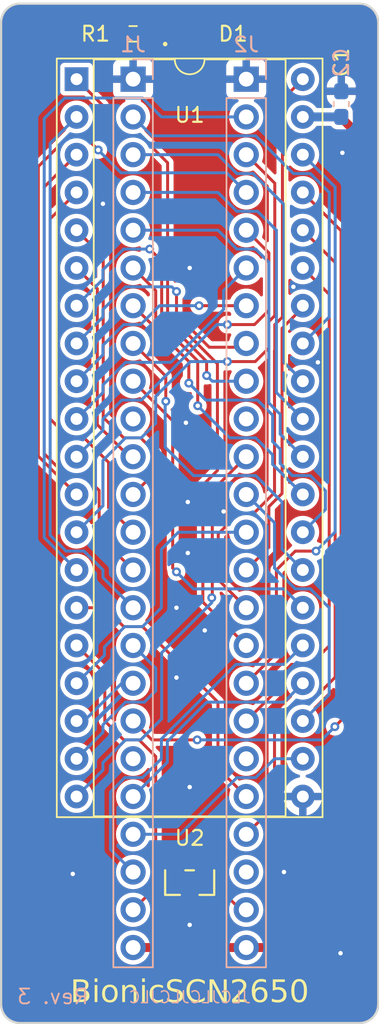
<source format=kicad_pcb>
(kicad_pcb (version 20240108) (generator "pcbnew") (generator_version "8.0")
  (title_block (title "BionicSCN2650") (date "2024-12-10") (rev "3") (company "Tadashi G. Takaoka"))
  (layers (0 "F.Cu" signal) (31 "B.Cu" signal) (34 "B.Paste" user) (35 "F.Paste" user) (36 "B.SilkS" user "B.Silkscreen") (37 "F.SilkS" user "F.Silkscreen") (38 "B.Mask" user) (39 "F.Mask" user) (44 "Edge.Cuts" user))
  (net 0 "")
  (net 1 "VCC")
  (net 2 "GND")
  (net 3 "/P53")
  (net 5 "/P26")
  (net 6 "/P37")
  (net 7 "/P27")
  (net 8 "/P47")
  (net 9 "/P46")
  (net 10 "/P25")
  (net 11 "/P24")
  (net 12 "/P23")
  (net 13 "/P22")
  (net 14 "/P21")
  (net 15 "/P20")
  (net 16 "/P34")
  (net 17 "/P35")
  (net 18 "/P17")
  (net 19 "/P36")
  (net 20 "/P16")
  (net 21 "/P15")
  (net 22 "/P40")
  (net 23 "/P14")
  (net 24 "/P41")
  (net 25 "/P13")
  (net 26 "/P42")
  (net 27 "/P12")
  (net 28 "/P11")
  (net 29 "/P44")
  (net 30 "/P10")
  (net 31 "/P45")
  (net 32 "/P33")
  (net 33 "/P32")
  (net 34 "/P31")
  (net 35 "/P30")
  (net 36 "/P51")
  (net 37 "/P55")
  (net 38 "/P43")
  (net 39 "/P52")
  (net 40 "/P54")
  (net 41 "/P50")
  (net 43 "Net-(J2-P57)")
  (net 47 "Net-(D1-K)")
  (footprint "rhom:LED_CSL1901UW1_ROM-M" (layer "F.Cu") (at 113.7 72.032)
    (property "Reference" "D1" (at 2.921 0 0) (layer "F.SilkS"))
    (property "Value" "CSL1901UW1")
    (fp_circle (center -1.651 0.6858) (end -1.5748 0.6858) (stroke (width 0.1524)) (fill none) (layer "F.SilkS"))
    (pad "1" smd rect (at -0.8763 0) (size 0.9652 0.762) (layers "F.Cu" "F.Paste" "F.Mask") (net 47 "Net-(D1-K)"))
    (pad "2" smd rect (at 0.8763 0) (size 0.9652 0.762) (layers "F.Cu" "F.Paste" "F.Mask") (net 1 "VCC"))
    (zone (net 0) (net_name "") (layer "F.Cu") (connect_pads (clearance 0)) (min_thickness 0.254)
      (keepout (tracks not_allowed) (vias not_allowed) (pads allowed) (copperpour not_allowed) (footprints allowed))
      (fill (thermal_gap 0.508) (thermal_bridge_width 0.508))
      (polygon (pts (xy 113.3571 71.6764) (xy 114.0429 71.6764) (xy 114.0429 72.3876) (xy 113.3571 72.3876)))
    )
  )
  (footprint "Resistor_SMD:R_0603_1608Metric_Pad0.98x0.95mm_HandSolder" (layer "F.Cu") (at 109.89 72.032 180)
    (property "Reference" "R1" (at 2.54 0 0) (layer "F.SilkS"))
    (property "Value" "1.6k")
    (fp_line (start -0.254724 0.5225) (end 0.254724 0.5225) (stroke (width 0.12)) (layer "F.SilkS"))
    (fp_line (start -0.254724 -0.5225) (end 0.254724 -0.5225) (stroke (width 0.12)) (layer "F.SilkS"))
    (pad "1" smd roundrect (at -0.9125 0 180) (size 0.975 0.95) (layers "F.Cu" "F.Paste" "F.Mask") (net 47 "Net-(D1-K)"))
    (pad "2" smd roundrect (at 0.9125 0 180) (size 0.975 0.95) (layers "F.Cu" "F.Paste" "F.Mask") (net 2 "GND"))
  )
  (footprint "microchip:SOT-23_MC_MCH-M" (layer "F.Cu") (at 113.7 129.132 180)
    (property "Reference" "U2" (at 0 2.998 0) (layer "F.SilkS"))
    (property "Value" "11AA010-I/TT")
    (fp_line (start 1.652 0.827) (end 1.652 -0.827) (stroke (width 0.1524)) (layer "F.SilkS"))
    (fp_line (start 1.652 -0.827) (end 0.66294 -0.827) (stroke (width 0.1524)) (layer "F.SilkS"))
    (fp_line (start -0.287061 0.827) (end 0.287061 0.827) (stroke (width 0.1524)) (layer "F.SilkS"))
    (fp_line (start -0.66294 -0.827) (end -1.652 -0.827) (stroke (width 0.1524)) (layer "F.SilkS"))
    (fp_line (start -1.652 -0.827) (end -1.652 0.827) (stroke (width 0.1524)) (layer "F.SilkS"))
    (pad "1" smd rect (at -0.950001 1.066 180) (size 0.6604 1.6256) (layers "F.Cu" "F.Paste" "F.Mask") (net 43 "Net-(J2-P57)"))
    (pad "2" smd rect (at 0.950001 1.066 180) (size 0.6604 1.6256) (layers "F.Cu" "F.Paste" "F.Mask") (net 1 "VCC"))
    (pad "3" smd rect (at 0 -1.066 180) (size 0.6604 1.6256) (layers "F.Cu" "F.Paste" "F.Mask") (net 2 "GND"))
  )
  (footprint "bionic:DIP-40_W15.24mm_Socket" (layer "F.Cu") (at 106.08 75.08)
    (property "Reference" "U1" (at 7.62 2.413 0) (layer "F.SilkS"))
    (property "Value" "SCN2650A")
    (fp_line (start -1.33 -1.39) (end -1.33 49.65) (stroke (width 0.12)) (layer "F.SilkS"))
    (fp_line (start -1.33 49.65) (end 16.57 49.65) (stroke (width 0.12)) (layer "F.SilkS"))
    (fp_line (start 1.16 -1.33) (end 1.16 49.59) (stroke (width 0.12)) (layer "F.SilkS"))
    (fp_line (start 1.16 49.59) (end 14.08 49.59) (stroke (width 0.12)) (layer "F.SilkS"))
    (fp_line (start 6.62 -1.33) (end 1.16 -1.33) (stroke (width 0.12)) (layer "F.SilkS"))
    (fp_line (start 14.08 -1.33) (end 8.62 -1.33) (stroke (width 0.12)) (layer "F.SilkS"))
    (fp_line (start 14.08 49.59) (end 14.08 -1.33) (stroke (width 0.12)) (layer "F.SilkS"))
    (fp_line (start 16.57 -1.39) (end -1.33 -1.39) (stroke (width 0.12)) (layer "F.SilkS"))
    (fp_line (start 16.57 49.65) (end 16.57 -1.39) (stroke (width 0.12)) (layer "F.SilkS"))
    (fp_arc (start 8.62 -1.33) (mid 7.62 -0.33) (end 6.62 -1.33) (stroke (width 0.12)) (layer "F.SilkS"))
    (pad "1" thru_hole rect (at 0 0) (size 1.6 1.6) (drill 0.8) (layers "*.Cu" "*.Mask") (net 31 "/P45"))
    (pad "2" thru_hole oval (at 0 2.54) (size 1.6 1.6) (drill 0.8) (layers "*.Cu" "*.Mask") (net 16 "/P34"))
    (pad "3" thru_hole oval (at 0 5.08) (size 1.6 1.6) (drill 0.8) (layers "*.Cu" "*.Mask") (net 32 "/P33"))
    (pad "4" thru_hole oval (at 0 7.62) (size 1.6 1.6) (drill 0.8) (layers "*.Cu" "*.Mask") (net 33 "/P32"))
    (pad "5" thru_hole oval (at 0 10.16) (size 1.6 1.6) (drill 0.8) (layers "*.Cu" "*.Mask") (net 34 "/P31"))
    (pad "6" thru_hole oval (at 0 12.7) (size 1.6 1.6) (drill 0.8) (layers "*.Cu" "*.Mask") (net 35 "/P30"))
    (pad "7" thru_hole oval (at 0 15.24) (size 1.6 1.6) (drill 0.8) (layers "*.Cu" "*.Mask") (net 7 "/P27"))
    (pad "8" thru_hole oval (at 0 17.78) (size 1.6 1.6) (drill 0.8) (layers "*.Cu" "*.Mask") (net 5 "/P26"))
    (pad "9" thru_hole oval (at 0 20.32) (size 1.6 1.6) (drill 0.8) (layers "*.Cu" "*.Mask") (net 10 "/P25"))
    (pad "10" thru_hole oval (at 0 22.86) (size 1.6 1.6) (drill 0.8) (layers "*.Cu" "*.Mask") (net 11 "/P24"))
    (pad "11" thru_hole oval (at 0 25.4) (size 1.6 1.6) (drill 0.8) (layers "*.Cu" "*.Mask") (net 12 "/P23"))
    (pad "12" thru_hole oval (at 0 27.94) (size 1.6 1.6) (drill 0.8) (layers "*.Cu" "*.Mask") (net 13 "/P22"))
    (pad "13" thru_hole oval (at 0 30.48) (size 1.6 1.6) (drill 0.8) (layers "*.Cu" "*.Mask") (net 14 "/P21"))
    (pad "14" thru_hole oval (at 0 33.02) (size 1.6 1.6) (drill 0.8) (layers "*.Cu" "*.Mask") (net 15 "/P20"))
    (pad "15" thru_hole oval (at 0 35.56) (size 1.6 1.6) (drill 0.8) (layers "*.Cu" "*.Mask") (net 40 "/P54"))
    (pad "16" thru_hole oval (at 0 38.1) (size 1.6 1.6) (drill 0.8) (layers "*.Cu" "*.Mask") (net 3 "/P53"))
    (pad "17" thru_hole oval (at 0 40.64) (size 1.6 1.6) (drill 0.8) (layers "*.Cu" "*.Mask") (net 26 "/P42"))
    (pad "18" thru_hole oval (at 0 43.18) (size 1.6 1.6) (drill 0.8) (layers "*.Cu" "*.Mask") (net 19 "/P36"))
    (pad "19" thru_hole oval (at 0 45.72) (size 1.6 1.6) (drill 0.8) (layers "*.Cu" "*.Mask") (net 17 "/P35"))
    (pad "20" thru_hole oval (at 0 48.26) (size 1.6 1.6) (drill 0.8) (layers "*.Cu" "*.Mask") (net 22 "/P40"))
    (pad "21" thru_hole oval (at 15.24 48.26) (size 1.6 1.6) (drill 0.8) (layers "*.Cu" "*.Mask") (net 2 "GND"))
    (pad "22" thru_hole oval (at 15.24 45.72) (size 1.6 1.6) (drill 0.8) (layers "*.Cu" "*.Mask") (net 36 "/P51"))
    (pad "23" thru_hole oval (at 15.24 43.18) (size 1.6 1.6) (drill 0.8) (layers "*.Cu" "*.Mask") (net 24 "/P41"))
    (pad "24" thru_hole oval (at 15.24 40.64) (size 1.6 1.6) (drill 0.8) (layers "*.Cu" "*.Mask") (net 41 "/P50"))
    (pad "25" thru_hole oval (at 15.24 38.1) (size 1.6 1.6) (drill 0.8) (layers "*.Cu" "*.Mask") (net 39 "/P52"))
    (pad "26" thru_hole oval (at 15.24 35.56) (size 1.6 1.6) (drill 0.8) (layers "*.Cu" "*.Mask") (net 18 "/P17"))
    (pad "27" thru_hole oval (at 15.24 33.02) (size 1.6 1.6) (drill 0.8) (layers "*.Cu" "*.Mask") (net 20 "/P16"))
    (pad "28" thru_hole oval (at 15.24 30.48) (size 1.6 1.6) (drill 0.8) (layers "*.Cu" "*.Mask") (net 21 "/P15"))
    (pad "29" thru_hole oval (at 15.24 27.94) (size 1.6 1.6) (drill 0.8) (layers "*.Cu" "*.Mask") (net 23 "/P14"))
    (pad "30" thru_hole oval (at 15.24 25.4) (size 1.6 1.6) (drill 0.8) (layers "*.Cu" "*.Mask") (net 25 "/P13"))
    (pad "31" thru_hole oval (at 15.24 22.86) (size 1.6 1.6) (drill 0.8) (layers "*.Cu" "*.Mask") (net 27 "/P12"))
    (pad "32" thru_hole oval (at 15.24 20.32) (size 1.6 1.6) (drill 0.8) (layers "*.Cu" "*.Mask") (net 28 "/P11"))
    (pad "33" thru_hole oval (at 15.24 17.78) (size 1.6 1.6) (drill 0.8) (layers "*.Cu" "*.Mask") (net 30 "/P10"))
    (pad "34" thru_hole oval (at 15.24 15.24) (size 1.6 1.6) (drill 0.8) (layers "*.Cu" "*.Mask") (net 38 "/P43"))
    (pad "35" thru_hole oval (at 15.24 12.7) (size 1.6 1.6) (drill 0.8) (layers "*.Cu" "*.Mask") (net 8 "/P47"))
    (pad "36" thru_hole oval (at 15.24 10.16) (size 1.6 1.6) (drill 0.8) (layers "*.Cu" "*.Mask") (net 37 "/P55"))
    (pad "37" thru_hole oval (at 15.24 7.62) (size 1.6 1.6) (drill 0.8) (layers "*.Cu" "*.Mask") (net 6 "/P37"))
    (pad "38" thru_hole oval (at 15.24 5.08) (size 1.6 1.6) (drill 0.8) (layers "*.Cu" "*.Mask") (net 9 "/P46"))
    (pad "39" thru_hole oval (at 15.24 2.54) (size 1.6 1.6) (drill 0.8) (layers "*.Cu" "*.Mask") (net 1 "VCC"))
    (pad "40" thru_hole oval (at 15.24 0) (size 1.6 1.6) (drill 0.8) (layers "*.Cu" "*.Mask") (net 29 "/P44"))
  )
  (footprint "Capacitor_SMD:C_0603_1608Metric_Pad1.08x0.95mm_HandSolder" (layer "F.Cu") (at 123.9108 76.7564 90)
    (property "Reference" "C1" (at 2.794 0 90) (layer "F.SilkS"))
    (property "Value" "0.1u")
    (fp_line (start -0.146267 -0.51) (end 0.146267 -0.51) (stroke (width 0.12)) (layer "F.SilkS"))
    (fp_line (start -0.146267 0.51) (end 0.146267 0.51) (stroke (width 0.12)) (layer "F.SilkS"))
    (pad "1" smd roundrect (at -0.8625 0 90) (size 1.075 0.95) (layers "F.Cu" "F.Paste" "F.Mask") (net 1 "VCC"))
    (pad "2" smd roundrect (at 0.8625 0 90) (size 1.075 0.95) (layers "F.Cu" "F.Paste" "F.Mask") (net 2 "GND"))
  )
  (footprint "bionic:Bionic-P135_Vertical" (layer "B.Cu") (at 109.89 75.08 180)
    (property "Reference" "J1" (at 0 2.33 0) (layer "B.SilkS") (effects (justify mirror)))
    (property "Value" "Bionic-P135")
    (fp_line (start 1.33 -1.27) (end -1.33 -1.27) (stroke (width 0.12)) (layer "B.SilkS"))
    (fp_line (start 1.33 -59.75) (end 1.33 -1.27) (stroke (width 0.12)) (layer "B.SilkS"))
    (fp_line (start 1.33 -59.75) (end -1.33 -59.75) (stroke (width 0.12)) (layer "B.SilkS"))
    (fp_line (start 0 1.33) (end -1.33 1.33) (stroke (width 0.12)) (layer "B.SilkS"))
    (fp_line (start -1.33 1.33) (end -1.33 0) (stroke (width 0.12)) (layer "B.SilkS"))
    (fp_line (start -1.33 -59.75) (end -1.33 -1.27) (stroke (width 0.12)) (layer "B.SilkS"))
    (pad "1" thru_hole rect (at 0 0 180) (size 1.7 1.7) (drill 1) (layers "*.Cu" "*.Mask") (net 2 "GND"))
    (pad "2" thru_hole oval (at 0 -2.54 180) (size 1.7 1.7) (drill 1) (layers "*.Cu" "*.Mask") (net 30 "/P10"))
    (pad "3" thru_hole oval (at 0 -5.08 180) (size 1.7 1.7) (drill 1) (layers "*.Cu" "*.Mask") (net 28 "/P11"))
    (pad "4" thru_hole oval (at 0 -7.62 180) (size 1.7 1.7) (drill 1) (layers "*.Cu" "*.Mask") (net 27 "/P12"))
    (pad "5" thru_hole oval (at 0 -10.16 180) (size 1.7 1.7) (drill 1) (layers "*.Cu" "*.Mask") (net 25 "/P13"))
    (pad "6" thru_hole oval (at 0 -12.7 180) (size 1.7 1.7) (drill 1) (layers "*.Cu" "*.Mask") (net 23 "/P14"))
    (pad "7" thru_hole oval (at 0 -15.24 180) (size 1.7 1.7) (drill 1) (layers "*.Cu" "*.Mask") (net 21 "/P15"))
    (pad "8" thru_hole oval (at 0 -17.78 180) (size 1.7 1.7) (drill 1) (layers "*.Cu" "*.Mask") (net 20 "/P16"))
    (pad "9" thru_hole oval (at 0 -20.32 180) (size 1.7 1.7) (drill 1) (layers "*.Cu" "*.Mask") (net 18 "/P17"))
    (pad "10" thru_hole oval (at 0 -22.86 180) (size 1.7 1.7) (drill 1) (layers "*.Cu" "*.Mask"))
    (pad "11" thru_hole oval (at 0 -25.4 180) (size 1.7 1.7) (drill 1) (layers "*.Cu" "*.Mask") (net 35 "/P30"))
    (pad "12" thru_hole oval (at 0 -27.94 180) (size 1.7 1.7) (drill 1) (layers "*.Cu" "*.Mask") (net 34 "/P31"))
    (pad "13" thru_hole oval (at 0 -30.48 180) (size 1.7 1.7) (drill 1) (layers "*.Cu" "*.Mask") (net 33 "/P32"))
    (pad "14" thru_hole oval (at 0 -33.02 180) (size 1.7 1.7) (drill 1) (layers "*.Cu" "*.Mask") (net 32 "/P33"))
    (pad "15" thru_hole oval (at 0 -35.56 180) (size 1.7 1.7) (drill 1) (layers "*.Cu" "*.Mask") (net 16 "/P34"))
    (pad "16" thru_hole oval (at 0 -38.1 180) (size 1.7 1.7) (drill 1) (layers "*.Cu" "*.Mask") (net 17 "/P35"))
    (pad "17" thru_hole oval (at 0 -40.64 180) (size 1.7 1.7) (drill 1) (layers "*.Cu" "*.Mask") (net 19 "/P36"))
    (pad "18" thru_hole oval (at 0 -43.18 180) (size 1.7 1.7) (drill 1) (layers "*.Cu" "*.Mask") (net 6 "/P37"))
    (pad "19" thru_hole oval (at 0 -45.72 180) (size 1.7 1.7) (drill 1) (layers "*.Cu" "*.Mask"))
    (pad "20" thru_hole oval (at 0 -48.26 180) (size 1.7 1.7) (drill 1) (layers "*.Cu" "*.Mask") (net 41 "/P50"))
    (pad "21" thru_hole oval (at 0 -50.8 180) (size 1.7 1.7) (drill 1) (layers "*.Cu" "*.Mask") (net 36 "/P51"))
    (pad "22" thru_hole oval (at 0 -53.34 180) (size 1.7 1.7) (drill 1) (layers "*.Cu" "*.Mask") (net 39 "/P52"))
    (pad "23" thru_hole oval (at 0 -55.88 180) (size 1.7 1.7) (drill 1) (layers "*.Cu" "*.Mask") (net 3 "/P53"))
    (pad "24" thru_hole oval (at 0 -58.42 180) (size 1.7 1.7) (drill 1) (layers "*.Cu" "*.Mask") (net 1 "VCC"))
  )
  (footprint "bionic:Bionic-P245_Vertical" (layer "B.Cu") (at 117.51 75.08 180)
    (property "Reference" "J2" (at 0 2.33 0) (layer "B.SilkS") (effects (justify mirror)))
    (property "Value" "Bionic-P245")
    (fp_line (start 1.33 -1.27) (end -1.33 -1.27) (stroke (width 0.12)) (layer "B.SilkS"))
    (fp_line (start 1.33 -59.75) (end 1.33 -1.27) (stroke (width 0.12)) (layer "B.SilkS"))
    (fp_line (start 1.33 -59.75) (end -1.33 -59.75) (stroke (width 0.12)) (layer "B.SilkS"))
    (fp_line (start 0 1.33) (end -1.33 1.33) (stroke (width 0.12)) (layer "B.SilkS"))
    (fp_line (start -1.33 1.33) (end -1.33 0) (stroke (width 0.12)) (layer "B.SilkS"))
    (fp_line (start -1.33 -59.75) (end -1.33 -1.27) (stroke (width 0.12)) (layer "B.SilkS"))
    (pad "25" thru_hole oval (at 0 -58.42 180) (size 1.7 1.7) (drill 1) (layers "*.Cu" "*.Mask") (net 1 "VCC"))
    (pad "26" thru_hole oval (at 0 -55.88 180) (size 1.7 1.7) (drill 1) (layers "*.Cu" "*.Mask") (net 43 "Net-(J2-P57)"))
    (pad "27" thru_hole oval (at 0 -53.34 180) (size 1.7 1.7) (drill 1) (layers "*.Cu" "*.Mask"))
    (pad "28" thru_hole oval (at 0 -50.8 180) (size 1.7 1.7) (drill 1) (layers "*.Cu" "*.Mask") (net 37 "/P55"))
    (pad "29" thru_hole oval (at 0 -48.26 180) (size 1.7 1.7) (drill 1) (layers "*.Cu" "*.Mask") (net 40 "/P54"))
    (pad "30" thru_hole oval (at 0 -45.72 180) (size 1.7 1.7) (drill 1) (layers "*.Cu" "*.Mask"))
    (pad "31" thru_hole oval (at 0 -43.18 180) (size 1.7 1.7) (drill 1) (layers "*.Cu" "*.Mask") (net 8 "/P47"))
    (pad "32" thru_hole oval (at 0 -40.64 180) (size 1.7 1.7) (drill 1) (layers "*.Cu" "*.Mask") (net 9 "/P46"))
    (pad "33" thru_hole oval (at 0 -38.1 180) (size 1.7 1.7) (drill 1) (layers "*.Cu" "*.Mask") (net 31 "/P45"))
    (pad "34" thru_hole oval (at 0 -35.56 180) (size 1.7 1.7) (drill 1) (layers "*.Cu" "*.Mask") (net 29 "/P44"))
    (pad "35" thru_hole oval (at 0 -33.02 180) (size 1.7 1.7) (drill 1) (layers "*.Cu" "*.Mask") (net 38 "/P43"))
    (pad "36" thru_hole oval (at 0 -30.48 180) (size 1.7 1.7) (drill 1) (layers "*.Cu" "*.Mask") (net 26 "/P42"))
    (pad "37" thru_hole oval (at 0 -27.94 180) (size 1.7 1.7) (drill 1) (layers "*.Cu" "*.Mask") (net 24 "/P41"))
    (pad "38" thru_hole oval (at 0 -25.4 180) (size 1.7 1.7) (drill 1) (layers "*.Cu" "*.Mask") (net 22 "/P40"))
    (pad "39" thru_hole oval (at 0 -22.86 180) (size 1.7 1.7) (drill 1) (layers "*.Cu" "*.Mask"))
    (pad "40" thru_hole oval (at 0 -20.32 180) (size 1.7 1.7) (drill 1) (layers "*.Cu" "*.Mask") (net 7 "/P27"))
    (pad "41" thru_hole oval (at 0 -17.78 180) (size 1.7 1.7) (drill 1) (layers "*.Cu" "*.Mask") (net 5 "/P26"))
    (pad "42" thru_hole oval (at 0 -15.24 180) (size 1.7 1.7) (drill 1) (layers "*.Cu" "*.Mask") (net 10 "/P25"))
    (pad "43" thru_hole oval (at 0 -12.7 180) (size 1.7 1.7) (drill 1) (layers "*.Cu" "*.Mask") (net 11 "/P24"))
    (pad "44" thru_hole oval (at 0 -10.16 180) (size 1.7 1.7) (drill 1) (layers "*.Cu" "*.Mask") (net 12 "/P23"))
    (pad "45" thru_hole oval (at 0 -7.62 180) (size 1.7 1.7) (drill 1) (layers "*.Cu" "*.Mask") (net 13 "/P22"))
    (pad "46" thru_hole oval (at 0 -5.08 180) (size 1.7 1.7) (drill 1) (layers "*.Cu" "*.Mask") (net 14 "/P21"))
    (pad "47" thru_hole oval (at 0 -2.54 180) (size 1.7 1.7) (drill 1) (layers "*.Cu" "*.Mask") (net 15 "/P20"))
    (pad "48" thru_hole rect (at 0 0 180) (size 1.7 1.7) (drill 1) (layers "*.Cu" "*.Mask") (net 2 "GND"))
  )
  (footprint "Capacitor_SMD:C_0603_1608Metric_Pad1.08x0.95mm_HandSolder" (layer "B.Cu") (at 123.9108 76.7564 90)
    (property "Reference" "C2" (at 2.794 0 90) (layer "B.SilkS") (effects (justify mirror)))
    (property "Value" "22u")
    (fp_line (start 0.146267 -0.51) (end -0.146267 -0.51) (stroke (width 0.12)) (layer "B.SilkS"))
    (fp_line (start 0.146267 0.51) (end -0.146267 0.51) (stroke (width 0.12)) (layer "B.SilkS"))
    (pad "1" smd roundrect (at -0.8625 0 90) (size 1.075 0.95) (layers "B.Cu" "B.Paste" "B.Mask") (net 1 "VCC"))
    (pad "2" smd roundrect (at 0.8625 0 90) (size 1.075 0.95) (layers "B.Cu" "B.Paste" "B.Mask") (net 2 "GND"))
  )
  (gr_line (start 125.13 70) (end 102.27 70) (stroke (width 0.15)) (layer "Edge.Cuts"))
  (gr_arc (start 126.4 137.31) (mid 126.028026 138.208026) (end 125.13 138.58) (stroke (width 0.15)) (layer "Edge.Cuts"))
  (gr_arc (start 125.13 70) (mid 126.028026 70.371974) (end 126.4 71.27) (stroke (width 0.15)) (layer "Edge.Cuts"))
  (gr_line (start 101 71.27) (end 101 137.31) (stroke (width 0.15)) (layer "Edge.Cuts"))
  (gr_line (start 102.27 138.58) (end 125.13 138.58) (stroke (width 0.15)) (layer "Edge.Cuts"))
  (gr_arc (start 101 71.27) (mid 101.371974 70.371974) (end 102.27 70) (stroke (width 0.15)) (layer "Edge.Cuts"))
  (gr_line (start 126.4 137.31) (end 126.4 71.27) (stroke (width 0.15)) (layer "Edge.Cuts"))
  (gr_arc (start 102.27 138.58) (mid 101.371974 138.208026) (end 101 137.31) (stroke (width 0.15)) (layer "Edge.Cuts"))
  (gr_text "JLCJLCJLCJLC" (at 113.7 137.31 0) (layer "B.SilkS") (effects (font (size 0.8 0.8)) (justify bottom mirror)))
  (gr_text "Rev. 3" (at 106.969 136.802 0) (layer "B.SilkS") (effects (font (size 1 1)) (justify left mirror)))
  (gr_text "BionicSCN2650" (at 113.7 136.548 0) (layer "F.SilkS") (effects (font (size 1.5 1.5))))
  (segment (start 125.511 74.318) (end 123.225 72.032) (width 0.2) (layer "F.Cu") (net 1))
  (segment (start 112.749999 133.434001) (end 112.684 133.5) (width 0.2) (layer "F.Cu") (net 1))
  (segment (start 124.876 78.636) (end 123.86 77.62) (width 0.6) (layer "F.Cu") (net 1))
  (segment (start 125.511 78.001) (end 125.511 74.318) (width 0.2) (layer "F.Cu") (net 1))
  (segment (start 112.749999 128.066) (end 112.749999 133.434001) (width 0.2) (layer "F.Cu") (net 1))
  (segment (start 123.86 77.62) (end 121.32 77.62) (width 0.6) (layer "F.Cu") (net 1))
  (segment (start 124.876 128.547) (end 124.876 78.636) (width 0.6) (layer "F.Cu") (net 1))
  (segment (start 124.876 78.636) (end 125.511 78.001) (width 0.2) (layer "F.Cu") (net 1))
  (segment (start 112.684 133.5) (end 117.51 133.5) (width 0.6) (layer "F.Cu") (net 1))
  (segment (start 119.923 133.5) (end 124.876 128.547) (width 0.6) (layer "F.Cu") (net 1))
  (segment (start 117.51 133.5) (end 119.923 133.5) (width 0.6) (layer "F.Cu") (net 1))
  (segment (start 109.89 133.5) (end 112.684 133.5) (width 0.6) (layer "F.Cu") (net 1))
  (segment (start 123.225 72.032) (end 114.5763 72.032) (width 0.2) (layer "F.Cu") (net 1))
  (segment (start 123.9097 77.62) (end 123.9108 77.6189) (width 0.8) (layer "B.Cu") (net 1))
  (segment (start 121.32 77.62) (end 123.9097 77.62) (width 0.6) (layer "B.Cu") (net 1))
  (via (at 112.811 115.339) (size 0.6) (drill 0.3) (layers "F.Cu" "B.Cu") (net 2))
  (via (at 105.826 128.547) (size 0.6) (drill 0.3) (layers "F.Cu" "B.Cu") (net 2))
  (via (at 120.685 89.05) (size 0.6) (drill 0.3) (layers "F.Cu" "B.Cu") (net 2))
  (via (at 120.05 128.42) (size 0.6) (drill 0.3) (layers "F.Cu" "B.Cu") (net 2))
  (via (at 113.573 106.957) (size 0.6) (drill 0.3) (layers "F.Cu" "B.Cu") (net 2))
  (via (at 107.858 83.462) (size 0.6) (drill 0.3) (layers "F.Cu" "B.Cu") (net 2))
  (via (at 122.336 94.13) (size 0.6) (drill 0.3) (layers "F.Cu" "B.Cu") (net 2))
  (via (at 123.86 133.881) (size 0.6) (drill 0.3) (layers "F.Cu" "B.Cu") (net 2))
  (via (at 112.811 110.64) (size 0.6) (drill 0.3) (layers "F.Cu" "B.Cu") (net 2))
  (via (at 115.986 104.163) (size 0.6) (drill 0.3) (layers "F.Cu" "B.Cu") (net 2))
  (via (at 113.7 131.976) (size 0.6) (drill 0.3) (layers "F.Cu" "B.Cu") (net 2))
  (via (at 113.446 98.194) (size 0.6) (drill 0.3) (layers "F.Cu" "B.Cu") (net 2))
  (via (at 113.7 87.78) (size 0.6) (drill 0.3) (layers "F.Cu" "B.Cu") (net 2))
  (via (at 113.7 122.705) (size 0.6) (drill 0.3) (layers "F.Cu" "B.Cu") (net 2))
  (via (at 113.573 103.528) (size 0.6) (drill 0.3) (layers "F.Cu" "B.Cu") (net 2))
  (via (at 123.987 80.033) (size 0.6) (drill 0.3) (layers "F.Cu" "B.Cu") (net 2))
  (via (at 114.716 112.164) (size 0.6) (drill 0.3) (layers "F.Cu" "B.Cu") (net 2))
  (segment (start 109.89 130.96) (end 111.414 129.436) (width 0.2) (layer "F.Cu") (net 3))
  (segment (start 111.414 129.436) (end 111.414 120.6476) (width 0.2) (layer "F.Cu") (net 3))
  (segment (start 111.414 120.6476) (end 110.2964 119.53) (width 0.2) (layer "F.Cu") (net 3))
  (segment (start 107.985 118.26) (end 107.985 115.085) (width 0.2) (layer "F.Cu") (net 3))
  (segment (start 107.985 115.085) (end 106.08 113.18) (width 0.2) (layer "F.Cu") (net 3))
  (segment (start 110.2964 119.53) (end 109.255 119.53) (width 0.2) (layer "F.Cu") (net 3))
  (segment (start 109.255 119.53) (end 107.985 118.26) (width 0.2) (layer "F.Cu") (net 3))
  (segment (start 115.016058 93.114) (end 117.256 93.114) (width 0.2) (layer "F.Cu") (net 5))
  (segment (start 117.256 93.114) (end 117.51 92.86) (width 0.2) (layer "F.Cu") (net 5))
  (segment (start 112.814 90.911942) (end 115.016058 93.114) (width 0.2) (layer "F.Cu") (net 5))
  (segment (start 112.814 89.366) (end 112.814 90.911942) (width 0.2) (layer "F.Cu") (net 5))
  (via (at 112.814 89.366) (size 0.6) (drill 0.3) (layers "F.Cu" "B.Cu") (net 5))
  (segment (start 112.498 89.05) (end 109.382 89.05) (width 0.2) (layer "B.Cu") (net 5))
  (segment (start 107.858 91.082) (end 106.08 92.86) (width 0.2) (layer "B.Cu") (net 5))
  (segment (start 107.858 90.574) (end 107.858 91.082) (width 0.2) (layer "B.Cu") (net 5))
  (segment (start 112.814 89.366) (end 112.498 89.05) (width 0.2) (layer "B.Cu") (net 5))
  (segment (start 109.382 89.05) (end 107.858 90.574) (width 0.2) (layer "B.Cu") (net 5))
  (segment (start 111.16 119.53) (end 109.89 118.26) (width 0.2) (layer "F.Cu") (net 6))
  (segment (start 114.208 119.53) (end 111.16 119.53) (width 0.2) (layer "F.Cu") (net 6))
  (segment (start 123.898 118.222) (end 123.898 85.278) (width 0.2) (layer "F.Cu") (net 6))
  (segment (start 123.479 118.641) (end 123.898 118.222) (width 0.2) (layer "F.Cu") (net 6))
  (segment (start 123.898 85.278) (end 121.32 82.7) (width 0.2) (layer "F.Cu") (net 6))
  (via (at 114.208 119.53) (size 0.6) (drill 0.3) (layers "F.Cu" "B.Cu") (net 6))
  (via (at 123.479 118.641) (size 0.6) (drill 0.3) (layers "F.Cu" "B.Cu") (net 6))
  (segment (start 122.59 119.53) (end 123.479 118.641) (width 0.2) (layer "B.Cu") (net 6))
  (segment (start 114.208 119.53) (end 122.59 119.53) (width 0.2) (layer "B.Cu") (net 6))
  (segment (start 111.814 91.043314) (end 111.814 87.3164) (width 0.2) (layer "F.Cu") (net 7))
  (segment (start 114.843 94.072314) (end 111.814 91.043314) (width 0.2) (layer "F.Cu") (net 7))
  (segment (start 114.843 95.019) (end 114.843 94.072314) (width 0.2) (layer "F.Cu") (net 7))
  (segment (start 111.814 87.3164) (end 111.0076 86.51) (width 0.2) (layer "F.Cu") (net 7))
  (via (at 111.0076 86.51) (size 0.6) (drill 0.3) (layers "F.Cu" "B.Cu") (net 7))
  (via (at 114.843 95.019) (size 0.6) (drill 0.3) (layers "F.Cu" "B.Cu") (net 7))
  (segment (start 107.858 87.907) (end 107.858 88.542) (width 0.2) (layer "B.Cu") (net 7))
  (segment (start 115.224 95.4) (end 117.51 95.4) (width 0.2) (layer "B.Cu") (net 7))
  (segment (start 114.843 95.019) (end 115.224 95.4) (width 0.2) (layer "B.Cu") (net 7))
  (segment (start 111.0076 86.51) (end 109.255 86.51) (width 0.2) (layer "B.Cu") (net 7))
  (segment (start 107.858 88.542) (end 106.08 90.32) (width 0.2) (layer "B.Cu") (net 7))
  (segment (start 109.255 86.51) (end 107.858 87.907) (width 0.2) (layer "B.Cu") (net 7))
  (segment (start 121.8539 114.45) (end 123.098 113.2059) (width 0.2) (layer "F.Cu") (net 8))
  (segment (start 119.542 115.466) (end 120.558 114.45) (width 0.2) (layer "F.Cu") (net 8))
  (segment (start 117.51 118.26) (end 119.542 116.228) (width 0.2) (layer "F.Cu") (net 8))
  (segment (start 120.558 114.45) (end 121.8539 114.45) (width 0.2) (layer "F.Cu") (net 8))
  (segment (start 119.542 116.228) (end 119.542 115.466) (width 0.2) (layer "F.Cu") (net 8))
  (segment (start 123.098 113.2059) (end 123.098 89.558) (width 0.2) (layer "F.Cu") (net 8))
  (segment (start 123.098 89.558) (end 121.32 87.78) (width 0.2) (layer "F.Cu") (net 8))
  (segment (start 119.542 108.1) (end 119.542 113.688) (width 0.2) (layer "F.Cu") (net 9))
  (segment (start 122.209 106.83) (end 120.812 106.83) (width 0.2) (layer "F.Cu") (net 9))
  (segment (start 120.812 106.83) (end 119.542 108.1) (width 0.2) (layer "F.Cu") (net 9))
  (segment (start 119.542 113.688) (end 117.51 115.72) (width 0.2) (layer "F.Cu") (net 9))
  (via (at 122.209 106.83) (size 0.6) (drill 0.3) (layers "F.Cu" "B.Cu") (net 9))
  (segment (start 123.498 82.338) (end 121.32 80.16) (width 0.2) (layer "B.Cu") (net 9))
  (segment (start 122.209 106.83) (end 123.498 105.541) (width 0.2) (layer "B.Cu") (net 9))
  (segment (start 123.498 105.541) (end 123.498 82.338) (width 0.2) (layer "B.Cu") (net 9))
  (segment (start 114.335 90.32) (end 117.51 90.32) (width 0.2) (layer "F.Cu") (net 10))
  (via (at 114.335 90.32) (size 0.6) (drill 0.3) (layers "F.Cu" "B.Cu") (net 10))
  (segment (start 110.398 91.59) (end 109.255 91.59) (width 0.2) (layer "B.Cu") (net 10))
  (segment (start 111.668 90.32) (end 110.398 91.59) (width 0.2) (layer "B.Cu") (net 10))
  (segment (start 107.858 92.987) (end 107.858 93.622) (width 0.2) (layer "B.Cu") (net 10))
  (segment (start 107.858 93.622) (end 106.08 95.4) (width 0.2) (layer "B.Cu") (net 10))
  (segment (start 114.335 90.32) (end 111.668 90.32) (width 0.2) (layer "B.Cu") (net 10))
  (segment (start 109.255 91.59) (end 107.858 92.987) (width 0.2) (layer "B.Cu") (net 10))
  (segment (start 107.858 96.162) (end 107.858 95.654) (width 0.2) (layer "B.Cu") (net 11))
  (segment (start 112.423487 94.13) (end 115.986 90.567487) (width 0.2) (layer "B.Cu") (net 11))
  (segment (start 107.858 95.654) (end 109.382 94.13) (width 0.2) (layer "B.Cu") (net 11))
  (segment (start 115.986 90.567487) (end 115.986 89.304) (width 0.2) (layer "B.Cu") (net 11))
  (segment (start 106.08 97.94) (end 107.858 96.162) (width 0.2) (layer "B.Cu") (net 11))
  (segment (start 109.382 94.13) (end 112.423487 94.13) (width 0.2) (layer "B.Cu") (net 11))
  (segment (start 115.986 89.304) (end 117.51 87.78) (width 0.2) (layer "B.Cu") (net 11))
  (segment (start 119.034 86.764) (end 117.51 85.24) (width 0.2) (layer "F.Cu") (net 12))
  (segment (start 116.24 91.59) (end 118.0688 91.59) (width 0.2) (layer "F.Cu") (net 12))
  (segment (start 118.0688 91.59) (end 119.034 90.6248) (width 0.2) (layer "F.Cu") (net 12))
  (segment (start 119.034 90.6248) (end 119.034 86.764) (width 0.2) (layer "F.Cu") (net 12))
  (via (at 116.24 91.59) (size 0.6) (drill 0.3) (layers "F.Cu" "B.Cu") (net 12))
  (segment (start 107.858 98.702) (end 106.08 100.48) (width 0.2) (layer "B.Cu") (net 12))
  (segment (start 107.858 97.94) (end 107.858 98.702) (width 0.2) (layer "B.Cu") (net 12))
  (segment (start 109.128 96.67) (end 107.858 97.94) (width 0.2) (layer "B.Cu") (net 12))
  (segment (start 116.24 91.59) (end 115.529173 91.59) (width 0.2) (layer "B.Cu") (net 12))
  (segment (start 115.529173 91.59) (end 110.449173 96.67) (width 0.2) (layer "B.Cu") (net 12))
  (segment (start 110.449173 96.67) (end 109.128 96.67) (width 0.2) (layer "B.Cu") (net 12))
  (segment (start 103.502 80.96) (end 103.502 100.442) (width 0.2) (layer "F.Cu") (net 13))
  (segment (start 107.5405 79.8425) (end 106.588 78.89) (width 0.2) (layer "F.Cu") (net 13))
  (segment (start 105.572 78.89) (end 103.502 80.96) (width 0.2) (layer "F.Cu") (net 13))
  (segment (start 106.588 78.89) (end 105.572 78.89) (width 0.2) (layer "F.Cu") (net 13))
  (segment (start 103.502 100.442) (end 106.08 103.02) (width 0.2) (layer "F.Cu") (net 13))
  (via (at 107.5405 79.8425) (size 0.6) (drill 0.3) (layers "F.Cu" "B.Cu") (net 13))
  (segment (start 116.1892 81.3792) (end 117.51 82.7) (width 0.2) (layer "B.Cu") (net 13))
  (segment (start 109.0772 81.3792) (end 116.1892 81.3792) (width 0.2) (layer "B.Cu") (net 13))
  (segment (start 107.5405 79.8425) (end 109.0772 81.3792) (width 0.2) (layer "B.Cu") (net 13))
  (segment (start 118.1196 94.0792) (end 116.24 94.0792) (width 0.2) (layer "F.Cu") (net 14))
  (segment (start 119.034 91.3868) (end 119.034 93.1648) (width 0.2) (layer "F.Cu") (net 14))
  (segment (start 117.51 80.16) (end 119.434 82.084) (width 0.2) (layer "F.Cu") (net 14))
  (segment (start 119.034 93.1648) (end 118.1196 94.0792) (width 0.2) (layer "F.Cu") (net 14))
  (segment (start 119.434 90.9868) (end 119.034 91.3868) (width 0.2) (layer "F.Cu") (net 14))
  (segment (start 119.434 82.084) (end 119.434 90.9868) (width 0.2) (layer "F.Cu") (net 14))
  (via (at 116.24 94.0792) (size 0.6) (drill 0.3) (layers "F.Cu" "B.Cu") (net 14))
  (segment (start 111.414 96.416) (end 111.414 98.2321) (width 0.2) (layer "B.Cu") (net 14))
  (segment (start 109.382 99.21) (end 107.858 100.734) (width 0.2) (layer "B.Cu") (net 14))
  (segment (start 107.858 100.734) (end 107.858 103.782) (width 0.2) (layer "B.Cu") (net 14))
  (segment (start 116.24 94.0792) (end 113.7508 94.0792) (width 0.2) (layer "B.Cu") (net 14))
  (segment (start 107.858 103.782) (end 106.08 105.56) (width 0.2) (layer "B.Cu") (net 14))
  (segment (start 113.7508 94.0792) (end 111.414 96.416) (width 0.2) (layer "B.Cu") (net 14))
  (segment (start 110.4361 99.21) (end 109.382 99.21) (width 0.2) (layer "B.Cu") (net 14))
  (segment (start 111.414 98.2321) (end 110.4361 99.21) (width 0.2) (layer "B.Cu") (net 14))
  (segment (start 117.51 77.62) (end 111.795 77.62) (width 0.2) (layer "B.Cu") (net 15))
  (segment (start 103.902 105.922) (end 106.08 108.1) (width 0.2) (layer "B.Cu") (net 15))
  (segment (start 105.28125 76.35) (end 103.902 77.72925) (width 0.2) (layer "B.Cu") (net 15))
  (segment (start 111.795 77.62) (end 110.525 76.35) (width 0.2) (layer "B.Cu") (net 15))
  (segment (start 103.902 77.72925) (end 103.902 105.922) (width 0.2) (layer "B.Cu") (net 15))
  (segment (start 110.525 76.35) (end 105.28125 76.35) (width 0.2) (layer "B.Cu") (net 15))
  (segment (start 109.89 110.64) (end 107.858 108.608) (width 0.2) (layer "B.Cu") (net 16))
  (segment (start 104.302 79.398) (end 106.08 77.62) (width 0.2) (layer "B.Cu") (net 16))
  (segment (start 104.302 105.756314) (end 104.302 79.398) (width 0.2) (layer "B.Cu") (net 16))
  (segment (start 107.858 108.1) (end 106.588 106.83) (width 0.2) (layer "B.Cu") (net 16))
  (segment (start 105.375686 106.83) (end 104.302 105.756314) (width 0.2) (layer "B.Cu") (net 16))
  (segment (start 107.858 108.608) (end 107.858 108.1) (width 0.2) (layer "B.Cu") (net 16))
  (segment (start 106.588 106.83) (end 105.375686 106.83) (width 0.2) (layer "B.Cu") (net 16))
  (segment (start 109.382 116.99) (end 107.858 118.514) (width 0.2) (layer "B.Cu") (net 17))
  (segment (start 110.652 116.99) (end 109.382 116.99) (width 0.2) (layer "B.Cu") (net 17))
  (segment (start 107.858 118.514) (end 107.858 119.022) (width 0.2) (layer "B.Cu") (net 17))
  (segment (start 111.414 116.228) (end 110.652 116.99) (width 0.2) (layer "B.Cu") (net 17))
  (segment (start 109.89 113.18) (end 111.414 114.704) (width 0.2) (layer "B.Cu") (net 17))
  (segment (start 107.858 119.022) (end 106.08 120.8) (width 0.2) (layer "B.Cu") (net 17))
  (segment (start 111.414 114.704) (end 111.414 116.228) (width 0.2) (layer "B.Cu") (net 17))
  (segment (start 112.557 107.973) (end 112.557 98.067) (width 0.2) (layer "F.Cu") (net 18))
  (segment (start 112.557 98.067) (end 109.89 95.4) (width 0.2) (layer "F.Cu") (net 18))
  (segment (start 112.811 108.227) (end 112.557 107.973) (width 0.2) (layer "F.Cu") (net 18))
  (via (at 112.811 108.227) (size 0.6) (drill 0.3) (layers "F.Cu" "B.Cu") (net 18))
  (segment (start 120.05 109.37) (end 121.32 110.64) (width 0.2) (layer "B.Cu") (net 18))
  (segment (start 113.954 109.37) (end 120.05 109.37) (width 0.2) (layer "B.Cu") (net 18))
  (segment (start 112.811 108.227) (end 113.954 109.37) (width 0.2) (layer "B.Cu") (net 18))
  (segment (start 106.588 118.26) (end 106.08 118.26) (width 0.2) (layer "B.Cu") (net 19))
  (segment (start 109.128 115.72) (end 106.588 118.26) (width 0.2) (layer "B.Cu") (net 19))
  (segment (start 109.89 115.72) (end 109.128 115.72) (width 0.2) (layer "B.Cu") (net 19))
  (segment (start 112.092265 96.753735) (end 112.092265 95.062265) (width 0.2) (layer "F.Cu") (net 20))
  (segment (start 112.092265 95.062265) (end 109.89 92.86) (width 0.2) (layer "F.Cu") (net 20))
  (via (at 112.092265 96.753735) (size 0.6) (drill 0.3) (layers "F.Cu" "B.Cu") (net 20))
  (segment (start 112.092265 96.753735) (end 112.049 96.797) (width 0.2) (layer "B.Cu") (net 20))
  (segment (start 119.923 106.703) (end 121.32 108.1) (width 0.2) (layer "B.Cu") (net 20))
  (segment (start 113.954 101.75) (end 118.145 101.75) (width 0.2) (layer "B.Cu") (net 20))
  (segment (start 112.049 96.797) (end 112.049 99.845) (width 0.2) (layer "B.Cu") (net 20))
  (segment (start 118.145 101.75) (end 119.923 103.528) (width 0.2) (layer "B.Cu") (net 20))
  (segment (start 119.923 103.528) (end 119.923 106.703) (width 0.2) (layer "B.Cu") (net 20))
  (segment (start 112.049 99.845) (end 113.954 101.75) (width 0.2) (layer "B.Cu") (net 20))
  (segment (start 113.643 95.527) (end 113.643 94.073) (width 0.2) (layer "F.Cu") (net 21))
  (segment (start 113.643 94.073) (end 109.89 90.32) (width 0.2) (layer "F.Cu") (net 21))
  (via (at 113.643 95.527) (size 0.6) (drill 0.3) (layers "F.Cu" "B.Cu") (net 21))
  (segment (start 119.288 97.686) (end 119.288 99.464) (width 0.2) (layer "B.Cu") (net 21))
  (segment (start 118.272 96.67) (end 119.288 97.686) (width 0.2) (layer "B.Cu") (net 21))
  (segment (start 119.796 100.930314) (end 120.615686 101.75) (width 0.2) (layer "B.Cu") (net 21))
  (segment (start 114.786 96.67) (end 118.272 96.67) (width 0.2) (layer "B.Cu") (net 21))
  (segment (start 122.844 102.766) (end 122.844 104.036) (width 0.2) (layer "B.Cu") (net 21))
  (segment (start 121.828 101.75) (end 122.844 102.766) (width 0.2) (layer "B.Cu") (net 21))
  (segment (start 119.796 99.972) (end 119.796 100.930314) (width 0.2) (layer "B.Cu") (net 21))
  (segment (start 120.615686 101.75) (end 121.828 101.75) (width 0.2) (layer "B.Cu") (net 21))
  (segment (start 113.643 95.527) (end 114.786 96.67) (width 0.2) (layer "B.Cu") (net 21))
  (segment (start 122.844 104.036) (end 121.32 105.56) (width 0.2) (layer "B.Cu") (net 21))
  (segment (start 119.288 99.464) (end 119.796 99.972) (width 0.2) (layer "B.Cu") (net 21))
  (segment (start 115.189 109.97) (end 115.224 109.935) (width 0.2) (layer "F.Cu") (net 22))
  (segment (start 115.224 102.766) (end 117.51 100.48) (width 0.2) (layer "F.Cu") (net 22))
  (segment (start 115.224 109.935) (end 115.224 102.766) (width 0.2) (layer "F.Cu") (net 22))
  (via (at 115.189 109.97) (size 0.6) (drill 0.3) (layers "F.Cu" "B.Cu") (net 22))
  (segment (start 110.398 119.53) (end 109.382 119.53) (width 0.2) (layer "B.Cu") (net 22))
  (segment (start 111.814 118.114) (end 110.398 119.53) (width 0.2) (layer "B.Cu") (net 22))
  (segment (start 107.858 121.054) (end 107.858 121.562) (width 0.2) (layer "B.Cu") (net 22))
  (segment (start 115.189 110.294) (end 111.814 113.669) (width 0.2) (layer "B.Cu") (net 22))
  (segment (start 107.858 121.562) (end 106.08 123.34) (width 0.2) (layer "B.Cu") (net 22))
  (segment (start 109.382 119.53) (end 107.858 121.054) (width 0.2) (layer "B.Cu") (net 22))
  (segment (start 115.189 109.97) (end 115.189 110.294) (width 0.2) (layer "B.Cu") (net 22))
  (segment (start 111.814 113.669) (end 111.814 118.114) (width 0.2) (layer "B.Cu") (net 22))
  (segment (start 114.243 97.051) (end 114.243 94.038) (width 0.2) (layer "F.Cu") (net 23))
  (segment (start 111.414 89.304) (end 109.89 87.78) (width 0.2) (layer "F.Cu") (net 23))
  (segment (start 114.243 94.038) (end 111.414 91.209) (width 0.2) (layer "F.Cu") (net 23))
  (segment (start 111.414 91.209) (end 111.414 89.304) (width 0.2) (layer "F.Cu") (net 23))
  (via (at 114.243 97.051) (size 0.6) (drill 0.3) (layers "F.Cu" "B.Cu") (net 23))
  (segment (start 114.243 97.051) (end 116.402 99.21) (width 0.2) (layer "B.Cu") (net 23))
  (segment (start 119.288 100.353) (end 119.288 100.988) (width 0.2) (layer "B.Cu") (net 23))
  (segment (start 118.145 99.21) (end 119.288 100.353) (width 0.2) (layer "B.Cu") (net 23))
  (segment (start 119.288 100.988) (end 121.32 103.02) (width 0.2) (layer "B.Cu") (net 23))
  (segment (start 116.402 99.21) (end 118.145 99.21) (width 0.2) (layer "B.Cu") (net 23))
  (segment (start 123.098 116.482) (end 121.32 118.26) (width 0.2) (layer "B.Cu") (net 24))
  (segment (start 119.415 107.973) (end 120.812 109.37) (width 0.2) (layer "B.Cu") (net 24))
  (segment (start 119.415 104.925) (end 119.415 107.973) (width 0.2) (layer "B.Cu") (net 24))
  (segment (start 117.51 103.02) (end 119.415 104.925) (width 0.2) (layer "B.Cu") (net 24))
  (segment (start 121.828 109.37) (end 123.098 110.64) (width 0.2) (layer "B.Cu") (net 24))
  (segment (start 120.812 109.37) (end 121.828 109.37) (width 0.2) (layer "B.Cu") (net 24))
  (segment (start 123.098 110.64) (end 123.098 116.482) (width 0.2) (layer "B.Cu") (net 24))
  (segment (start 119.034 96.866314) (end 119.796 97.628314) (width 0.2) (layer "B.Cu") (net 25))
  (segment (start 116.875 86.51) (end 118.145 86.51) (width 0.2) (layer "B.Cu") (net 25))
  (segment (start 119.796 97.628314) (end 119.796 98.956) (width 0.2) (layer "B.Cu") (net 25))
  (segment (start 115.605 85.24) (end 116.875 86.51) (width 0.2) (layer "B.Cu") (net 25))
  (segment (start 118.145 86.51) (end 119.034 87.399) (width 0.2) (layer "B.Cu") (net 25))
  (segment (start 119.796 98.956) (end 121.32 100.48) (width 0.2) (layer "B.Cu") (net 25))
  (segment (start 119.034 87.399) (end 119.034 96.866314) (width 0.2) (layer "B.Cu") (net 25))
  (segment (start 109.89 85.24) (end 115.605 85.24) (width 0.2) (layer "B.Cu") (net 25))
  (segment (start 110.525 111.91) (end 109.3312 111.91) (width 0.2) (layer "B.Cu") (net 26))
  (segment (start 112.938 105.56) (end 111.795 106.703) (width 0.2) (layer "B.Cu") (net 26))
  (segment (start 111.795 106.703) (end 111.795 110.64) (width 0.2) (layer "B.Cu") (net 26))
  (segment (start 111.795 110.64) (end 110.525 111.91) (width 0.2) (layer "B.Cu") (net 26))
  (segment (start 117.51 105.56) (end 112.938 105.56) (width 0.2) (layer "B.Cu") (net 26))
  (segment (start 107.9596 113.2816) (end 107.9596 113.8404) (width 0.2) (layer "B.Cu") (net 26))
  (segment (start 107.9596 113.8404) (end 106.08 115.72) (width 0.2) (layer "B.Cu") (net 26))
  (segment (start 109.3312 111.91) (end 107.9596 113.2816) (width 0.2) (layer "B.Cu") (net 26))
  (segment (start 119.542 96.162) (end 119.542 85.24) (width 0.2) (layer "B.Cu") (net 27))
  (segment (start 116.875 83.97) (end 115.605 82.7) (width 0.2) (layer "B.Cu") (net 27))
  (segment (start 121.32 97.94) (end 119.542 96.162) (width 0.2) (layer "B.Cu") (net 27))
  (segment (start 119.542 85.24) (end 118.272 83.97) (width 0.2) (layer "B.Cu") (net 27))
  (segment (start 118.272 83.97) (end 116.875 83.97) (width 0.2) (layer "B.Cu") (net 27))
  (segment (start 115.605 82.7) (end 109.89 82.7) (width 0.2) (layer "B.Cu") (net 27))
  (segment (start 117.9672 81.43) (end 116.875 81.43) (width 0.2) (layer "B.Cu") (net 28))
  (segment (start 120.05 94.13) (end 120.05 83.5128) (width 0.2) (layer "B.Cu") (net 28))
  (segment (start 121.32 95.4) (end 120.05 94.13) (width 0.2) (layer "B.Cu") (net 28))
  (segment (start 120.05 83.5128) (end 117.9672 81.43) (width 0.2) (layer "B.Cu") (net 28))
  (segment (start 116.875 81.43) (end 115.605 80.16) (width 0.2) (layer "B.Cu") (net 28))
  (segment (start 115.605 80.16) (end 109.89 80.16) (width 0.2) (layer "B.Cu") (net 28))
  (segment (start 119.415 93.349486) (end 119.434 93.330485) (width 0.2) (layer "F.Cu") (net 29))
  (segment (start 119.434 93.330485) (end 119.434 91.5964) (width 0.2) (layer "F.Cu") (net 29))
  (segment (start 117.51 110.64) (end 115.624 108.754) (width 0.2) (layer "F.Cu") (net 29))
  (segment (start 119.434 91.5964) (end 119.9484 91.082) (width 0.2) (layer "F.Cu") (net 29))
  (segment (start 119.415 102.893) (end 119.415 93.349486) (width 0.2) (layer "F.Cu") (net 29))
  (segment (start 119.9484 91.082) (end 119.9484 76.4516) (width 0.2) (layer "F.Cu") (net 29))
  (segment (start 115.624 105.668) (end 117.002 104.29) (width 0.2) (layer "F.Cu") (net 29))
  (segment (start 119.9484 76.4516) (end 121.32 75.08) (width 0.2) (layer "F.Cu") (net 29))
  (segment (start 115.624 108.754) (end 115.624 105.668) (width 0.2) (layer "F.Cu") (net 29))
  (segment (start 117.002 104.29) (end 118.018 104.29) (width 0.2) (layer "F.Cu") (net 29))
  (segment (start 118.018 104.29) (end 119.415 102.893) (width 0.2) (layer "F.Cu") (net 29))
  (segment (start 123.098 91.082) (end 121.32 92.86) (width 0.2) (layer "B.Cu") (net 30))
  (segment (start 121.828 81.43) (end 123.098 82.7) (width 0.2) (layer "B.Cu") (net 30))
  (segment (start 123.098 82.7) (end 123.098 91.082) (width 0.2) (layer "B.Cu") (net 30))
  (segment (start 109.89 77.62) (end 111.16 78.89) (width 0.2) (layer "B.Cu") (net 30))
  (segment (start 120.685 81.43) (end 121.828 81.43) (width 0.2) (layer "B.Cu") (net 30))
  (segment (start 118.145 78.89) (end 120.685 81.43) (width 0.2) (layer "B.Cu") (net 30))
  (segment (start 111.16 78.89) (end 118.145 78.89) (width 0.2) (layer "B.Cu") (net 30))
  (segment (start 115.57 101.404) (end 114.589 102.385) (width 0.2) (layer "F.Cu") (net 31))
  (segment (start 110.398 78.89) (end 112.214 80.706) (width 0.2) (layer "F.Cu") (net 31))
  (segment (start 114.589 110.259) (end 117.51 113.18) (width 0.2) (layer "F.Cu") (net 31))
  (segment (start 112.303 90.966628) (end 115.57 94.233629) (width 0.2) (layer "F.Cu") (net 31))
  (segment (start 109.382 78.89) (end 110.398 78.89) (width 0.2) (layer "F.Cu") (net 31))
  (segment (start 107.858 77.366) (end 109.382 78.89) (width 0.2) (layer "F.Cu") (net 31))
  (segment (start 112.303 90.955) (end 112.303 90.966628) (width 0.2) (layer "F.Cu") (net 31))
  (segment (start 114.589 102.385) (end 114.589 110.259) (width 0.2) (layer "F.Cu") (net 31))
  (segment (start 115.57 94.233629) (end 115.57 101.404) (width 0.2) (layer "F.Cu") (net 31))
  (segment (start 107.858 76.858) (end 107.858 77.366) (width 0.2) (layer "F.Cu") (net 31))
  (segment (start 112.214 80.706) (end 112.214 90.866) (width 0.2) (layer "F.Cu") (net 31))
  (segment (start 112.214 90.866) (end 112.303 90.955) (width 0.2) (layer "F.Cu") (net 31))
  (segment (start 106.08 75.08) (end 107.858 76.858) (width 0.2) (layer "F.Cu") (net 31))
  (segment (start 105.375686 101.75) (end 106.603818 101.75) (width 0.2) (layer "F.Cu") (net 32))
  (segment (start 106.603818 101.75) (end 107.604 102.750182) (width 0.2) (layer "F.Cu") (net 32))
  (segment (start 107.604 102.750182) (end 107.604 105.814) (width 0.2) (layer "F.Cu") (net 32))
  (segment (start 103.902 82.338) (end 103.902 100.276314) (width 0.2) (layer "F.Cu") (net 32))
  (segment (start 103.902 100.276314) (end 105.375686 101.75) (width 0.2) (layer "F.Cu") (net 32))
  (segment (start 106.08 80.16) (end 103.902 82.338) (width 0.2) (layer "F.Cu") (net 32))
  (segment (start 107.604 105.814) (end 109.89 108.1) (width 0.2) (layer "F.Cu") (net 32))
  (segment (start 108.239 100.861) (end 106.588 99.21) (width 0.2) (layer "F.Cu") (net 33))
  (segment (start 105.572 99.21) (end 104.302 97.94) (width 0.2) (layer "F.Cu") (net 33))
  (segment (start 104.302 97.94) (end 104.302 84.478) (width 0.2) (layer "F.Cu") (net 33))
  (segment (start 109.89 105.56) (end 108.239 103.909) (width 0.2) (layer "F.Cu") (net 33))
  (segment (start 106.588 99.21) (end 105.572 99.21) (width 0.2) (layer "F.Cu") (net 33))
  (segment (start 104.302 84.478) (end 106.08 82.7) (width 0.2) (layer "F.Cu") (net 33))
  (segment (start 108.239 103.909) (end 108.239 100.861) (width 0.2) (layer "F.Cu") (net 33))
  (segment (start 111.414 101.496) (end 111.414 100.226) (width 0.2) (layer "F.Cu") (net 34))
  (segment (start 107.877 97.832) (end 107.877 87.037) (width 0.2) (layer "F.Cu") (net 34))
  (segment (start 109.89 103.02) (end 111.414 101.496) (width 0.2) (layer "F.Cu") (net 34))
  (segment (start 109.255 99.21) (end 107.877 97.832) (width 0.2) (layer "F.Cu") (net 34))
  (segment (start 110.398 99.21) (end 109.255 99.21) (width 0.2) (layer "F.Cu") (net 34))
  (segment (start 107.877 87.037) (end 106.08 85.24) (width 0.2) (layer "F.Cu") (net 34))
  (segment (start 111.414 100.226) (end 110.398 99.21) (width 0.2) (layer "F.Cu") (net 34))
  (segment (start 107.477 98.321) (end 109.636 100.48) (width 0.2) (layer "F.Cu") (net 35))
  (segment (start 107.477 89.177) (end 107.477 98.321) (width 0.2) (layer "F.Cu") (net 35))
  (segment (start 106.08 87.78) (end 107.477 89.177) (width 0.2) (layer "F.Cu") (net 35))
  (segment (start 109.636 100.48) (end 109.89 100.48) (width 0.2) (layer "F.Cu") (net 35))
  (segment (start 109.89 125.88) (end 113.065 125.88) (width 0.2) (layer "B.Cu") (net 36))
  (segment (start 116.875 122.07) (end 118.145 122.07) (width 0.2) (layer "B.Cu") (net 36))
  (segment (start 113.065 125.88) (end 116.875 122.07) (width 0.2) (layer "B.Cu") (net 36))
  (segment (start 118.145 122.07) (end 119.415 120.8) (width 0.2) (layer "B.Cu") (net 36))
  (segment (start 119.415 120.8) (end 121.32 120.8) (width 0.2) (layer "B.Cu") (net 36))
  (segment (start 120.812 116.99) (end 119.415 118.387) (width 0.2) (layer "F.Cu") (net 37))
  (segment (start 123.498 115.32) (end 121.828 116.99) (width 0.2) (layer "F.Cu") (net 37))
  (segment (start 123.498 87.418) (end 123.498 115.32) (width 0.2) (layer "F.Cu") (net 37))
  (segment (start 119.415 123.975) (end 117.51 125.88) (width 0.2) (layer "F.Cu") (net 37))
  (segment (start 121.32 85.24) (end 123.498 87.418) (width 0.2) (layer "F.Cu") (net 37))
  (segment (start 121.828 116.99) (end 120.812 116.99) (width 0.2) (layer "F.Cu") (net 37))
  (segment (start 119.415 118.387) (end 119.415 123.975) (width 0.2) (layer "F.Cu") (net 37))
  (segment (start 119.923 102.950686) (end 119.923 91.844) (width 0.2) (layer "F.Cu") (net 38))
  (segment (start 119.923 91.844) (end 121.32 90.447) (width 0.2) (layer "F.Cu") (net 38))
  (segment (start 117.51 108.1) (end 119.034 106.576) (width 0.2) (layer "F.Cu") (net 38))
  (segment (start 119.034 103.839686) (end 119.923 102.950686) (width 0.2) (layer "F.Cu") (net 38))
  (segment (start 119.034 106.576) (end 119.034 103.839686) (width 0.2) (layer "F.Cu") (net 38))
  (segment (start 121.32 90.447) (end 121.32 90.32) (width 0.2) (layer "F.Cu") (net 38))
  (segment (start 109.3312 122.07) (end 108.366 123.0352) (width 0.2) (layer "B.Cu") (net 39))
  (segment (start 111.795 119.472314) (end 111.795 120.8) (width 0.2) (layer "B.Cu") (net 39))
  (segment (start 108.366 126.896) (end 109.89 128.42) (width 0.2) (layer "B.Cu") (net 39))
  (segment (start 116.817314 114.45) (end 111.795 119.472314) (width 0.2) (layer "B.Cu") (net 39))
  (segment (start 110.525 122.07) (end 109.3312 122.07) (width 0.2) (layer "B.Cu") (net 39))
  (segment (start 121.32 113.18) (end 120.05 114.45) (width 0.2) (layer "B.Cu") (net 39))
  (segment (start 111.795 120.8) (end 110.525 122.07) (width 0.2) (layer "B.Cu") (net 39))
  (segment (start 120.05 114.45) (end 116.817314 114.45) (width 0.2) (layer "B.Cu") (net 39))
  (segment (start 108.366 123.0352) (end 108.366 126.896) (width 0.2) (layer "B.Cu") (net 39))
  (segment (start 110.525 111.91) (end 109.255 111.91) (width 0.2) (layer "F.Cu") (net 40))
  (segment (start 115.605 121.435) (end 115.605 116.99) (width 0.2) (layer "F.Cu") (net 40))
  (segment (start 109.255 111.91) (end 107.985 110.64) (width 0.2) (layer "F.Cu") (net 40))
  (segment (start 115.605 116.99) (end 110.525 111.91) (width 0.2) (layer "F.Cu") (net 40))
  (segment (start 117.51 123.34) (end 115.605 121.435) (width 0.2) (layer "F.Cu") (net 40))
  (segment (start 107.985 110.64) (end 106.08 110.64) (width 0.2) (layer "F.Cu") (net 40))
  (segment (start 114.843 116.99) (end 112.195 119.638) (width 0.2) (layer "B.Cu") (net 41))
  (segment (start 112.195 119.638) (end 112.195 121.034999) (width 0.2) (layer "B.Cu") (net 41))
  (segment (start 120.05 116.99) (end 114.843 116.99) (width 0.2) (layer "B.Cu") (net 41))
  (segment (start 112.195 121.034999) (end 109.89 123.34) (width 0.2) (layer "B.Cu") (net 41))
  (segment (start 121.32 115.72) (end 120.05 116.99) (width 0.2) (layer "B.Cu") (net 41))
  (segment (start 114.650001 128.481001) (end 117.129 130.96) (width 0.2) (layer "F.Cu") (net 43))
  (segment (start 117.129 130.96) (end 117.51 130.96) (width 0.2) (layer "F.Cu") (net 43))
  (segment (start 114.650001 128.066) (end 114.650001 128.481001) (width 0.2) (layer "F.Cu") (net 43))
  (segment (start 110.8025 72.032) (end 112.8237 72.032) (width 0.2) (layer "F.Cu") (net 47))
  (zone (net 2) (net_name "GND") (layers "F&B.Cu") (connect_pads (clearance 0.3)) (min_thickness 0.2) (fill yes (thermal_gap 0.5) (thermal_bridge_width 0.5))
    (polygon (pts (xy 101 70) (xy 126.4 70) (xy 126.4 138.58) (xy 101 138.58)))
  )
)
</source>
